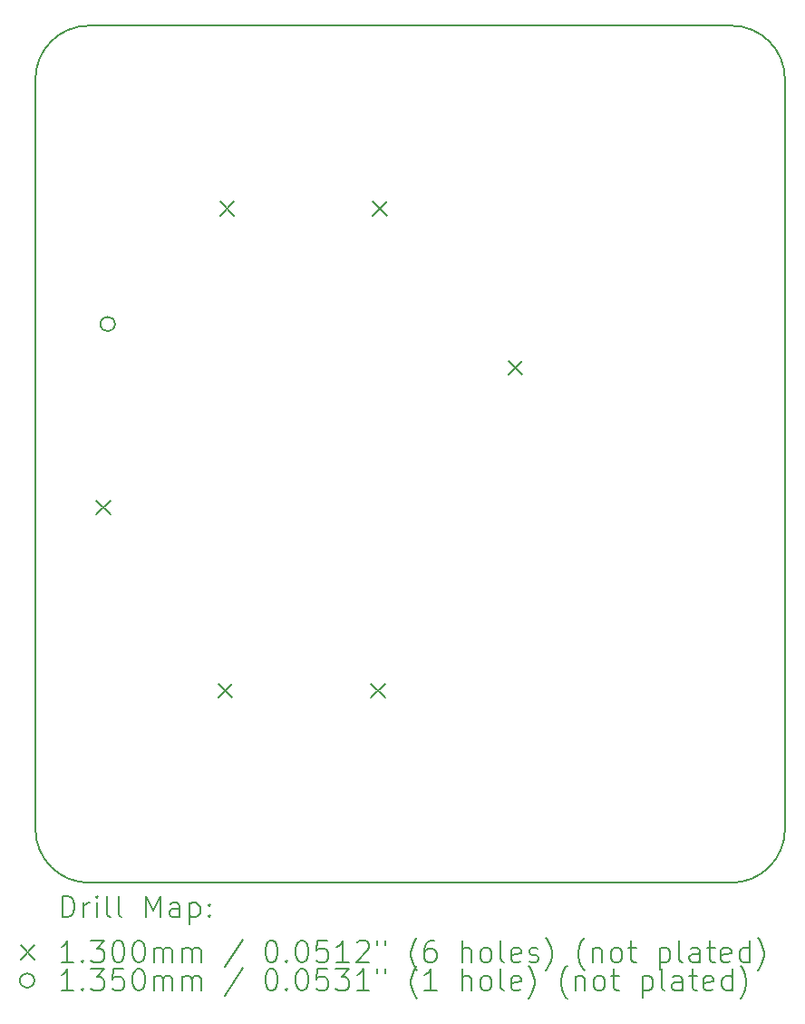
<source format=gbr>
%TF.GenerationSoftware,KiCad,Pcbnew,8.0.7*%
%TF.CreationDate,2025-04-09T11:56:26+02:00*%
%TF.ProjectId,PCB_CDFR,5043425f-4344-4465-922e-6b696361645f,rev?*%
%TF.SameCoordinates,Original*%
%TF.FileFunction,Drillmap*%
%TF.FilePolarity,Positive*%
%FSLAX45Y45*%
G04 Gerber Fmt 4.5, Leading zero omitted, Abs format (unit mm)*
G04 Created by KiCad (PCBNEW 8.0.7) date 2025-04-09 11:56:26*
%MOMM*%
%LPD*%
G01*
G04 APERTURE LIST*
%ADD10C,0.200000*%
%ADD11C,0.130000*%
%ADD12C,0.135000*%
G04 APERTURE END LIST*
D10*
X8175000Y-9925000D02*
X8175000Y-2925000D01*
X15175000Y-2925000D02*
X15175000Y-9925000D01*
X8675000Y-2425000D02*
X14675000Y-2425000D01*
X8175000Y-2925000D02*
G75*
G02*
X8675000Y-2425000I500000J0D01*
G01*
X14675000Y-2425000D02*
G75*
G02*
X15175000Y-2925000I0J-500000D01*
G01*
X8675000Y-10425000D02*
G75*
G02*
X8175000Y-9925000I0J500000D01*
G01*
X14675000Y-10425000D02*
X8675000Y-10425000D01*
X15175000Y-9925000D02*
G75*
G02*
X14675000Y-10425000I-500000J0D01*
G01*
D11*
X8744000Y-6860000D02*
X8874000Y-6990000D01*
X8874000Y-6860000D02*
X8744000Y-6990000D01*
X9885000Y-8569000D02*
X10015000Y-8699000D01*
X10015000Y-8569000D02*
X9885000Y-8699000D01*
X9902000Y-4069000D02*
X10032000Y-4199000D01*
X10032000Y-4069000D02*
X9902000Y-4199000D01*
X11310000Y-8569000D02*
X11440000Y-8699000D01*
X11440000Y-8569000D02*
X11310000Y-8699000D01*
X11327000Y-4069000D02*
X11457000Y-4199000D01*
X11457000Y-4069000D02*
X11327000Y-4199000D01*
X12594000Y-5552000D02*
X12724000Y-5682000D01*
X12724000Y-5552000D02*
X12594000Y-5682000D01*
D12*
X8917500Y-5210000D02*
G75*
G02*
X8782500Y-5210000I-67500J0D01*
G01*
X8782500Y-5210000D02*
G75*
G02*
X8917500Y-5210000I67500J0D01*
G01*
D10*
X8425777Y-10746484D02*
X8425777Y-10546484D01*
X8425777Y-10546484D02*
X8473396Y-10546484D01*
X8473396Y-10546484D02*
X8501967Y-10556008D01*
X8501967Y-10556008D02*
X8521015Y-10575055D01*
X8521015Y-10575055D02*
X8530539Y-10594103D01*
X8530539Y-10594103D02*
X8540063Y-10632198D01*
X8540063Y-10632198D02*
X8540063Y-10660770D01*
X8540063Y-10660770D02*
X8530539Y-10698865D01*
X8530539Y-10698865D02*
X8521015Y-10717912D01*
X8521015Y-10717912D02*
X8501967Y-10736960D01*
X8501967Y-10736960D02*
X8473396Y-10746484D01*
X8473396Y-10746484D02*
X8425777Y-10746484D01*
X8625777Y-10746484D02*
X8625777Y-10613150D01*
X8625777Y-10651246D02*
X8635301Y-10632198D01*
X8635301Y-10632198D02*
X8644824Y-10622674D01*
X8644824Y-10622674D02*
X8663872Y-10613150D01*
X8663872Y-10613150D02*
X8682920Y-10613150D01*
X8749586Y-10746484D02*
X8749586Y-10613150D01*
X8749586Y-10546484D02*
X8740063Y-10556008D01*
X8740063Y-10556008D02*
X8749586Y-10565531D01*
X8749586Y-10565531D02*
X8759110Y-10556008D01*
X8759110Y-10556008D02*
X8749586Y-10546484D01*
X8749586Y-10546484D02*
X8749586Y-10565531D01*
X8873396Y-10746484D02*
X8854348Y-10736960D01*
X8854348Y-10736960D02*
X8844824Y-10717912D01*
X8844824Y-10717912D02*
X8844824Y-10546484D01*
X8978158Y-10746484D02*
X8959110Y-10736960D01*
X8959110Y-10736960D02*
X8949586Y-10717912D01*
X8949586Y-10717912D02*
X8949586Y-10546484D01*
X9206729Y-10746484D02*
X9206729Y-10546484D01*
X9206729Y-10546484D02*
X9273396Y-10689341D01*
X9273396Y-10689341D02*
X9340063Y-10546484D01*
X9340063Y-10546484D02*
X9340063Y-10746484D01*
X9521015Y-10746484D02*
X9521015Y-10641722D01*
X9521015Y-10641722D02*
X9511491Y-10622674D01*
X9511491Y-10622674D02*
X9492444Y-10613150D01*
X9492444Y-10613150D02*
X9454348Y-10613150D01*
X9454348Y-10613150D02*
X9435301Y-10622674D01*
X9521015Y-10736960D02*
X9501967Y-10746484D01*
X9501967Y-10746484D02*
X9454348Y-10746484D01*
X9454348Y-10746484D02*
X9435301Y-10736960D01*
X9435301Y-10736960D02*
X9425777Y-10717912D01*
X9425777Y-10717912D02*
X9425777Y-10698865D01*
X9425777Y-10698865D02*
X9435301Y-10679817D01*
X9435301Y-10679817D02*
X9454348Y-10670293D01*
X9454348Y-10670293D02*
X9501967Y-10670293D01*
X9501967Y-10670293D02*
X9521015Y-10660770D01*
X9616253Y-10613150D02*
X9616253Y-10813150D01*
X9616253Y-10622674D02*
X9635301Y-10613150D01*
X9635301Y-10613150D02*
X9673396Y-10613150D01*
X9673396Y-10613150D02*
X9692444Y-10622674D01*
X9692444Y-10622674D02*
X9701967Y-10632198D01*
X9701967Y-10632198D02*
X9711491Y-10651246D01*
X9711491Y-10651246D02*
X9711491Y-10708389D01*
X9711491Y-10708389D02*
X9701967Y-10727436D01*
X9701967Y-10727436D02*
X9692444Y-10736960D01*
X9692444Y-10736960D02*
X9673396Y-10746484D01*
X9673396Y-10746484D02*
X9635301Y-10746484D01*
X9635301Y-10746484D02*
X9616253Y-10736960D01*
X9797205Y-10727436D02*
X9806729Y-10736960D01*
X9806729Y-10736960D02*
X9797205Y-10746484D01*
X9797205Y-10746484D02*
X9787682Y-10736960D01*
X9787682Y-10736960D02*
X9797205Y-10727436D01*
X9797205Y-10727436D02*
X9797205Y-10746484D01*
X9797205Y-10622674D02*
X9806729Y-10632198D01*
X9806729Y-10632198D02*
X9797205Y-10641722D01*
X9797205Y-10641722D02*
X9787682Y-10632198D01*
X9787682Y-10632198D02*
X9797205Y-10622674D01*
X9797205Y-10622674D02*
X9797205Y-10641722D01*
D11*
X8035000Y-11010000D02*
X8165000Y-11140000D01*
X8165000Y-11010000D02*
X8035000Y-11140000D01*
D10*
X8530539Y-11166484D02*
X8416253Y-11166484D01*
X8473396Y-11166484D02*
X8473396Y-10966484D01*
X8473396Y-10966484D02*
X8454348Y-10995055D01*
X8454348Y-10995055D02*
X8435301Y-11014103D01*
X8435301Y-11014103D02*
X8416253Y-11023627D01*
X8616253Y-11147436D02*
X8625777Y-11156960D01*
X8625777Y-11156960D02*
X8616253Y-11166484D01*
X8616253Y-11166484D02*
X8606729Y-11156960D01*
X8606729Y-11156960D02*
X8616253Y-11147436D01*
X8616253Y-11147436D02*
X8616253Y-11166484D01*
X8692444Y-10966484D02*
X8816253Y-10966484D01*
X8816253Y-10966484D02*
X8749586Y-11042674D01*
X8749586Y-11042674D02*
X8778158Y-11042674D01*
X8778158Y-11042674D02*
X8797205Y-11052198D01*
X8797205Y-11052198D02*
X8806729Y-11061722D01*
X8806729Y-11061722D02*
X8816253Y-11080770D01*
X8816253Y-11080770D02*
X8816253Y-11128389D01*
X8816253Y-11128389D02*
X8806729Y-11147436D01*
X8806729Y-11147436D02*
X8797205Y-11156960D01*
X8797205Y-11156960D02*
X8778158Y-11166484D01*
X8778158Y-11166484D02*
X8721015Y-11166484D01*
X8721015Y-11166484D02*
X8701967Y-11156960D01*
X8701967Y-11156960D02*
X8692444Y-11147436D01*
X8940063Y-10966484D02*
X8959110Y-10966484D01*
X8959110Y-10966484D02*
X8978158Y-10976008D01*
X8978158Y-10976008D02*
X8987682Y-10985531D01*
X8987682Y-10985531D02*
X8997205Y-11004579D01*
X8997205Y-11004579D02*
X9006729Y-11042674D01*
X9006729Y-11042674D02*
X9006729Y-11090293D01*
X9006729Y-11090293D02*
X8997205Y-11128389D01*
X8997205Y-11128389D02*
X8987682Y-11147436D01*
X8987682Y-11147436D02*
X8978158Y-11156960D01*
X8978158Y-11156960D02*
X8959110Y-11166484D01*
X8959110Y-11166484D02*
X8940063Y-11166484D01*
X8940063Y-11166484D02*
X8921015Y-11156960D01*
X8921015Y-11156960D02*
X8911491Y-11147436D01*
X8911491Y-11147436D02*
X8901967Y-11128389D01*
X8901967Y-11128389D02*
X8892444Y-11090293D01*
X8892444Y-11090293D02*
X8892444Y-11042674D01*
X8892444Y-11042674D02*
X8901967Y-11004579D01*
X8901967Y-11004579D02*
X8911491Y-10985531D01*
X8911491Y-10985531D02*
X8921015Y-10976008D01*
X8921015Y-10976008D02*
X8940063Y-10966484D01*
X9130539Y-10966484D02*
X9149586Y-10966484D01*
X9149586Y-10966484D02*
X9168634Y-10976008D01*
X9168634Y-10976008D02*
X9178158Y-10985531D01*
X9178158Y-10985531D02*
X9187682Y-11004579D01*
X9187682Y-11004579D02*
X9197205Y-11042674D01*
X9197205Y-11042674D02*
X9197205Y-11090293D01*
X9197205Y-11090293D02*
X9187682Y-11128389D01*
X9187682Y-11128389D02*
X9178158Y-11147436D01*
X9178158Y-11147436D02*
X9168634Y-11156960D01*
X9168634Y-11156960D02*
X9149586Y-11166484D01*
X9149586Y-11166484D02*
X9130539Y-11166484D01*
X9130539Y-11166484D02*
X9111491Y-11156960D01*
X9111491Y-11156960D02*
X9101967Y-11147436D01*
X9101967Y-11147436D02*
X9092444Y-11128389D01*
X9092444Y-11128389D02*
X9082920Y-11090293D01*
X9082920Y-11090293D02*
X9082920Y-11042674D01*
X9082920Y-11042674D02*
X9092444Y-11004579D01*
X9092444Y-11004579D02*
X9101967Y-10985531D01*
X9101967Y-10985531D02*
X9111491Y-10976008D01*
X9111491Y-10976008D02*
X9130539Y-10966484D01*
X9282920Y-11166484D02*
X9282920Y-11033150D01*
X9282920Y-11052198D02*
X9292444Y-11042674D01*
X9292444Y-11042674D02*
X9311491Y-11033150D01*
X9311491Y-11033150D02*
X9340063Y-11033150D01*
X9340063Y-11033150D02*
X9359110Y-11042674D01*
X9359110Y-11042674D02*
X9368634Y-11061722D01*
X9368634Y-11061722D02*
X9368634Y-11166484D01*
X9368634Y-11061722D02*
X9378158Y-11042674D01*
X9378158Y-11042674D02*
X9397205Y-11033150D01*
X9397205Y-11033150D02*
X9425777Y-11033150D01*
X9425777Y-11033150D02*
X9444825Y-11042674D01*
X9444825Y-11042674D02*
X9454348Y-11061722D01*
X9454348Y-11061722D02*
X9454348Y-11166484D01*
X9549586Y-11166484D02*
X9549586Y-11033150D01*
X9549586Y-11052198D02*
X9559110Y-11042674D01*
X9559110Y-11042674D02*
X9578158Y-11033150D01*
X9578158Y-11033150D02*
X9606729Y-11033150D01*
X9606729Y-11033150D02*
X9625777Y-11042674D01*
X9625777Y-11042674D02*
X9635301Y-11061722D01*
X9635301Y-11061722D02*
X9635301Y-11166484D01*
X9635301Y-11061722D02*
X9644825Y-11042674D01*
X9644825Y-11042674D02*
X9663872Y-11033150D01*
X9663872Y-11033150D02*
X9692444Y-11033150D01*
X9692444Y-11033150D02*
X9711491Y-11042674D01*
X9711491Y-11042674D02*
X9721015Y-11061722D01*
X9721015Y-11061722D02*
X9721015Y-11166484D01*
X10111491Y-10956960D02*
X9940063Y-11214103D01*
X10368634Y-10966484D02*
X10387682Y-10966484D01*
X10387682Y-10966484D02*
X10406729Y-10976008D01*
X10406729Y-10976008D02*
X10416253Y-10985531D01*
X10416253Y-10985531D02*
X10425777Y-11004579D01*
X10425777Y-11004579D02*
X10435301Y-11042674D01*
X10435301Y-11042674D02*
X10435301Y-11090293D01*
X10435301Y-11090293D02*
X10425777Y-11128389D01*
X10425777Y-11128389D02*
X10416253Y-11147436D01*
X10416253Y-11147436D02*
X10406729Y-11156960D01*
X10406729Y-11156960D02*
X10387682Y-11166484D01*
X10387682Y-11166484D02*
X10368634Y-11166484D01*
X10368634Y-11166484D02*
X10349587Y-11156960D01*
X10349587Y-11156960D02*
X10340063Y-11147436D01*
X10340063Y-11147436D02*
X10330539Y-11128389D01*
X10330539Y-11128389D02*
X10321015Y-11090293D01*
X10321015Y-11090293D02*
X10321015Y-11042674D01*
X10321015Y-11042674D02*
X10330539Y-11004579D01*
X10330539Y-11004579D02*
X10340063Y-10985531D01*
X10340063Y-10985531D02*
X10349587Y-10976008D01*
X10349587Y-10976008D02*
X10368634Y-10966484D01*
X10521015Y-11147436D02*
X10530539Y-11156960D01*
X10530539Y-11156960D02*
X10521015Y-11166484D01*
X10521015Y-11166484D02*
X10511491Y-11156960D01*
X10511491Y-11156960D02*
X10521015Y-11147436D01*
X10521015Y-11147436D02*
X10521015Y-11166484D01*
X10654348Y-10966484D02*
X10673396Y-10966484D01*
X10673396Y-10966484D02*
X10692444Y-10976008D01*
X10692444Y-10976008D02*
X10701968Y-10985531D01*
X10701968Y-10985531D02*
X10711491Y-11004579D01*
X10711491Y-11004579D02*
X10721015Y-11042674D01*
X10721015Y-11042674D02*
X10721015Y-11090293D01*
X10721015Y-11090293D02*
X10711491Y-11128389D01*
X10711491Y-11128389D02*
X10701968Y-11147436D01*
X10701968Y-11147436D02*
X10692444Y-11156960D01*
X10692444Y-11156960D02*
X10673396Y-11166484D01*
X10673396Y-11166484D02*
X10654348Y-11166484D01*
X10654348Y-11166484D02*
X10635301Y-11156960D01*
X10635301Y-11156960D02*
X10625777Y-11147436D01*
X10625777Y-11147436D02*
X10616253Y-11128389D01*
X10616253Y-11128389D02*
X10606729Y-11090293D01*
X10606729Y-11090293D02*
X10606729Y-11042674D01*
X10606729Y-11042674D02*
X10616253Y-11004579D01*
X10616253Y-11004579D02*
X10625777Y-10985531D01*
X10625777Y-10985531D02*
X10635301Y-10976008D01*
X10635301Y-10976008D02*
X10654348Y-10966484D01*
X10901968Y-10966484D02*
X10806729Y-10966484D01*
X10806729Y-10966484D02*
X10797206Y-11061722D01*
X10797206Y-11061722D02*
X10806729Y-11052198D01*
X10806729Y-11052198D02*
X10825777Y-11042674D01*
X10825777Y-11042674D02*
X10873396Y-11042674D01*
X10873396Y-11042674D02*
X10892444Y-11052198D01*
X10892444Y-11052198D02*
X10901968Y-11061722D01*
X10901968Y-11061722D02*
X10911491Y-11080770D01*
X10911491Y-11080770D02*
X10911491Y-11128389D01*
X10911491Y-11128389D02*
X10901968Y-11147436D01*
X10901968Y-11147436D02*
X10892444Y-11156960D01*
X10892444Y-11156960D02*
X10873396Y-11166484D01*
X10873396Y-11166484D02*
X10825777Y-11166484D01*
X10825777Y-11166484D02*
X10806729Y-11156960D01*
X10806729Y-11156960D02*
X10797206Y-11147436D01*
X11101968Y-11166484D02*
X10987682Y-11166484D01*
X11044825Y-11166484D02*
X11044825Y-10966484D01*
X11044825Y-10966484D02*
X11025777Y-10995055D01*
X11025777Y-10995055D02*
X11006729Y-11014103D01*
X11006729Y-11014103D02*
X10987682Y-11023627D01*
X11178158Y-10985531D02*
X11187682Y-10976008D01*
X11187682Y-10976008D02*
X11206729Y-10966484D01*
X11206729Y-10966484D02*
X11254348Y-10966484D01*
X11254348Y-10966484D02*
X11273396Y-10976008D01*
X11273396Y-10976008D02*
X11282920Y-10985531D01*
X11282920Y-10985531D02*
X11292444Y-11004579D01*
X11292444Y-11004579D02*
X11292444Y-11023627D01*
X11292444Y-11023627D02*
X11282920Y-11052198D01*
X11282920Y-11052198D02*
X11168634Y-11166484D01*
X11168634Y-11166484D02*
X11292444Y-11166484D01*
X11368634Y-10966484D02*
X11368634Y-11004579D01*
X11444825Y-10966484D02*
X11444825Y-11004579D01*
X11740063Y-11242674D02*
X11730539Y-11233150D01*
X11730539Y-11233150D02*
X11711491Y-11204579D01*
X11711491Y-11204579D02*
X11701968Y-11185531D01*
X11701968Y-11185531D02*
X11692444Y-11156960D01*
X11692444Y-11156960D02*
X11682920Y-11109341D01*
X11682920Y-11109341D02*
X11682920Y-11071246D01*
X11682920Y-11071246D02*
X11692444Y-11023627D01*
X11692444Y-11023627D02*
X11701968Y-10995055D01*
X11701968Y-10995055D02*
X11711491Y-10976008D01*
X11711491Y-10976008D02*
X11730539Y-10947436D01*
X11730539Y-10947436D02*
X11740063Y-10937912D01*
X11901968Y-10966484D02*
X11863872Y-10966484D01*
X11863872Y-10966484D02*
X11844825Y-10976008D01*
X11844825Y-10976008D02*
X11835301Y-10985531D01*
X11835301Y-10985531D02*
X11816253Y-11014103D01*
X11816253Y-11014103D02*
X11806729Y-11052198D01*
X11806729Y-11052198D02*
X11806729Y-11128389D01*
X11806729Y-11128389D02*
X11816253Y-11147436D01*
X11816253Y-11147436D02*
X11825777Y-11156960D01*
X11825777Y-11156960D02*
X11844825Y-11166484D01*
X11844825Y-11166484D02*
X11882920Y-11166484D01*
X11882920Y-11166484D02*
X11901968Y-11156960D01*
X11901968Y-11156960D02*
X11911491Y-11147436D01*
X11911491Y-11147436D02*
X11921015Y-11128389D01*
X11921015Y-11128389D02*
X11921015Y-11080770D01*
X11921015Y-11080770D02*
X11911491Y-11061722D01*
X11911491Y-11061722D02*
X11901968Y-11052198D01*
X11901968Y-11052198D02*
X11882920Y-11042674D01*
X11882920Y-11042674D02*
X11844825Y-11042674D01*
X11844825Y-11042674D02*
X11825777Y-11052198D01*
X11825777Y-11052198D02*
X11816253Y-11061722D01*
X11816253Y-11061722D02*
X11806729Y-11080770D01*
X12159110Y-11166484D02*
X12159110Y-10966484D01*
X12244825Y-11166484D02*
X12244825Y-11061722D01*
X12244825Y-11061722D02*
X12235301Y-11042674D01*
X12235301Y-11042674D02*
X12216253Y-11033150D01*
X12216253Y-11033150D02*
X12187682Y-11033150D01*
X12187682Y-11033150D02*
X12168634Y-11042674D01*
X12168634Y-11042674D02*
X12159110Y-11052198D01*
X12368634Y-11166484D02*
X12349587Y-11156960D01*
X12349587Y-11156960D02*
X12340063Y-11147436D01*
X12340063Y-11147436D02*
X12330539Y-11128389D01*
X12330539Y-11128389D02*
X12330539Y-11071246D01*
X12330539Y-11071246D02*
X12340063Y-11052198D01*
X12340063Y-11052198D02*
X12349587Y-11042674D01*
X12349587Y-11042674D02*
X12368634Y-11033150D01*
X12368634Y-11033150D02*
X12397206Y-11033150D01*
X12397206Y-11033150D02*
X12416253Y-11042674D01*
X12416253Y-11042674D02*
X12425777Y-11052198D01*
X12425777Y-11052198D02*
X12435301Y-11071246D01*
X12435301Y-11071246D02*
X12435301Y-11128389D01*
X12435301Y-11128389D02*
X12425777Y-11147436D01*
X12425777Y-11147436D02*
X12416253Y-11156960D01*
X12416253Y-11156960D02*
X12397206Y-11166484D01*
X12397206Y-11166484D02*
X12368634Y-11166484D01*
X12549587Y-11166484D02*
X12530539Y-11156960D01*
X12530539Y-11156960D02*
X12521015Y-11137912D01*
X12521015Y-11137912D02*
X12521015Y-10966484D01*
X12701968Y-11156960D02*
X12682920Y-11166484D01*
X12682920Y-11166484D02*
X12644825Y-11166484D01*
X12644825Y-11166484D02*
X12625777Y-11156960D01*
X12625777Y-11156960D02*
X12616253Y-11137912D01*
X12616253Y-11137912D02*
X12616253Y-11061722D01*
X12616253Y-11061722D02*
X12625777Y-11042674D01*
X12625777Y-11042674D02*
X12644825Y-11033150D01*
X12644825Y-11033150D02*
X12682920Y-11033150D01*
X12682920Y-11033150D02*
X12701968Y-11042674D01*
X12701968Y-11042674D02*
X12711491Y-11061722D01*
X12711491Y-11061722D02*
X12711491Y-11080770D01*
X12711491Y-11080770D02*
X12616253Y-11099817D01*
X12787682Y-11156960D02*
X12806730Y-11166484D01*
X12806730Y-11166484D02*
X12844825Y-11166484D01*
X12844825Y-11166484D02*
X12863872Y-11156960D01*
X12863872Y-11156960D02*
X12873396Y-11137912D01*
X12873396Y-11137912D02*
X12873396Y-11128389D01*
X12873396Y-11128389D02*
X12863872Y-11109341D01*
X12863872Y-11109341D02*
X12844825Y-11099817D01*
X12844825Y-11099817D02*
X12816253Y-11099817D01*
X12816253Y-11099817D02*
X12797206Y-11090293D01*
X12797206Y-11090293D02*
X12787682Y-11071246D01*
X12787682Y-11071246D02*
X12787682Y-11061722D01*
X12787682Y-11061722D02*
X12797206Y-11042674D01*
X12797206Y-11042674D02*
X12816253Y-11033150D01*
X12816253Y-11033150D02*
X12844825Y-11033150D01*
X12844825Y-11033150D02*
X12863872Y-11042674D01*
X12940063Y-11242674D02*
X12949587Y-11233150D01*
X12949587Y-11233150D02*
X12968634Y-11204579D01*
X12968634Y-11204579D02*
X12978158Y-11185531D01*
X12978158Y-11185531D02*
X12987682Y-11156960D01*
X12987682Y-11156960D02*
X12997206Y-11109341D01*
X12997206Y-11109341D02*
X12997206Y-11071246D01*
X12997206Y-11071246D02*
X12987682Y-11023627D01*
X12987682Y-11023627D02*
X12978158Y-10995055D01*
X12978158Y-10995055D02*
X12968634Y-10976008D01*
X12968634Y-10976008D02*
X12949587Y-10947436D01*
X12949587Y-10947436D02*
X12940063Y-10937912D01*
X13301968Y-11242674D02*
X13292444Y-11233150D01*
X13292444Y-11233150D02*
X13273396Y-11204579D01*
X13273396Y-11204579D02*
X13263872Y-11185531D01*
X13263872Y-11185531D02*
X13254349Y-11156960D01*
X13254349Y-11156960D02*
X13244825Y-11109341D01*
X13244825Y-11109341D02*
X13244825Y-11071246D01*
X13244825Y-11071246D02*
X13254349Y-11023627D01*
X13254349Y-11023627D02*
X13263872Y-10995055D01*
X13263872Y-10995055D02*
X13273396Y-10976008D01*
X13273396Y-10976008D02*
X13292444Y-10947436D01*
X13292444Y-10947436D02*
X13301968Y-10937912D01*
X13378158Y-11033150D02*
X13378158Y-11166484D01*
X13378158Y-11052198D02*
X13387682Y-11042674D01*
X13387682Y-11042674D02*
X13406730Y-11033150D01*
X13406730Y-11033150D02*
X13435301Y-11033150D01*
X13435301Y-11033150D02*
X13454349Y-11042674D01*
X13454349Y-11042674D02*
X13463872Y-11061722D01*
X13463872Y-11061722D02*
X13463872Y-11166484D01*
X13587682Y-11166484D02*
X13568634Y-11156960D01*
X13568634Y-11156960D02*
X13559111Y-11147436D01*
X13559111Y-11147436D02*
X13549587Y-11128389D01*
X13549587Y-11128389D02*
X13549587Y-11071246D01*
X13549587Y-11071246D02*
X13559111Y-11052198D01*
X13559111Y-11052198D02*
X13568634Y-11042674D01*
X13568634Y-11042674D02*
X13587682Y-11033150D01*
X13587682Y-11033150D02*
X13616253Y-11033150D01*
X13616253Y-11033150D02*
X13635301Y-11042674D01*
X13635301Y-11042674D02*
X13644825Y-11052198D01*
X13644825Y-11052198D02*
X13654349Y-11071246D01*
X13654349Y-11071246D02*
X13654349Y-11128389D01*
X13654349Y-11128389D02*
X13644825Y-11147436D01*
X13644825Y-11147436D02*
X13635301Y-11156960D01*
X13635301Y-11156960D02*
X13616253Y-11166484D01*
X13616253Y-11166484D02*
X13587682Y-11166484D01*
X13711492Y-11033150D02*
X13787682Y-11033150D01*
X13740063Y-10966484D02*
X13740063Y-11137912D01*
X13740063Y-11137912D02*
X13749587Y-11156960D01*
X13749587Y-11156960D02*
X13768634Y-11166484D01*
X13768634Y-11166484D02*
X13787682Y-11166484D01*
X14006730Y-11033150D02*
X14006730Y-11233150D01*
X14006730Y-11042674D02*
X14025777Y-11033150D01*
X14025777Y-11033150D02*
X14063873Y-11033150D01*
X14063873Y-11033150D02*
X14082920Y-11042674D01*
X14082920Y-11042674D02*
X14092444Y-11052198D01*
X14092444Y-11052198D02*
X14101968Y-11071246D01*
X14101968Y-11071246D02*
X14101968Y-11128389D01*
X14101968Y-11128389D02*
X14092444Y-11147436D01*
X14092444Y-11147436D02*
X14082920Y-11156960D01*
X14082920Y-11156960D02*
X14063873Y-11166484D01*
X14063873Y-11166484D02*
X14025777Y-11166484D01*
X14025777Y-11166484D02*
X14006730Y-11156960D01*
X14216253Y-11166484D02*
X14197206Y-11156960D01*
X14197206Y-11156960D02*
X14187682Y-11137912D01*
X14187682Y-11137912D02*
X14187682Y-10966484D01*
X14378158Y-11166484D02*
X14378158Y-11061722D01*
X14378158Y-11061722D02*
X14368634Y-11042674D01*
X14368634Y-11042674D02*
X14349587Y-11033150D01*
X14349587Y-11033150D02*
X14311492Y-11033150D01*
X14311492Y-11033150D02*
X14292444Y-11042674D01*
X14378158Y-11156960D02*
X14359111Y-11166484D01*
X14359111Y-11166484D02*
X14311492Y-11166484D01*
X14311492Y-11166484D02*
X14292444Y-11156960D01*
X14292444Y-11156960D02*
X14282920Y-11137912D01*
X14282920Y-11137912D02*
X14282920Y-11118865D01*
X14282920Y-11118865D02*
X14292444Y-11099817D01*
X14292444Y-11099817D02*
X14311492Y-11090293D01*
X14311492Y-11090293D02*
X14359111Y-11090293D01*
X14359111Y-11090293D02*
X14378158Y-11080770D01*
X14444825Y-11033150D02*
X14521015Y-11033150D01*
X14473396Y-10966484D02*
X14473396Y-11137912D01*
X14473396Y-11137912D02*
X14482920Y-11156960D01*
X14482920Y-11156960D02*
X14501968Y-11166484D01*
X14501968Y-11166484D02*
X14521015Y-11166484D01*
X14663873Y-11156960D02*
X14644825Y-11166484D01*
X14644825Y-11166484D02*
X14606730Y-11166484D01*
X14606730Y-11166484D02*
X14587682Y-11156960D01*
X14587682Y-11156960D02*
X14578158Y-11137912D01*
X14578158Y-11137912D02*
X14578158Y-11061722D01*
X14578158Y-11061722D02*
X14587682Y-11042674D01*
X14587682Y-11042674D02*
X14606730Y-11033150D01*
X14606730Y-11033150D02*
X14644825Y-11033150D01*
X14644825Y-11033150D02*
X14663873Y-11042674D01*
X14663873Y-11042674D02*
X14673396Y-11061722D01*
X14673396Y-11061722D02*
X14673396Y-11080770D01*
X14673396Y-11080770D02*
X14578158Y-11099817D01*
X14844825Y-11166484D02*
X14844825Y-10966484D01*
X14844825Y-11156960D02*
X14825777Y-11166484D01*
X14825777Y-11166484D02*
X14787682Y-11166484D01*
X14787682Y-11166484D02*
X14768634Y-11156960D01*
X14768634Y-11156960D02*
X14759111Y-11147436D01*
X14759111Y-11147436D02*
X14749587Y-11128389D01*
X14749587Y-11128389D02*
X14749587Y-11071246D01*
X14749587Y-11071246D02*
X14759111Y-11052198D01*
X14759111Y-11052198D02*
X14768634Y-11042674D01*
X14768634Y-11042674D02*
X14787682Y-11033150D01*
X14787682Y-11033150D02*
X14825777Y-11033150D01*
X14825777Y-11033150D02*
X14844825Y-11042674D01*
X14921015Y-11242674D02*
X14930539Y-11233150D01*
X14930539Y-11233150D02*
X14949587Y-11204579D01*
X14949587Y-11204579D02*
X14959111Y-11185531D01*
X14959111Y-11185531D02*
X14968634Y-11156960D01*
X14968634Y-11156960D02*
X14978158Y-11109341D01*
X14978158Y-11109341D02*
X14978158Y-11071246D01*
X14978158Y-11071246D02*
X14968634Y-11023627D01*
X14968634Y-11023627D02*
X14959111Y-10995055D01*
X14959111Y-10995055D02*
X14949587Y-10976008D01*
X14949587Y-10976008D02*
X14930539Y-10947436D01*
X14930539Y-10947436D02*
X14921015Y-10937912D01*
D12*
X8165000Y-11339000D02*
G75*
G02*
X8030000Y-11339000I-67500J0D01*
G01*
X8030000Y-11339000D02*
G75*
G02*
X8165000Y-11339000I67500J0D01*
G01*
D10*
X8530539Y-11430484D02*
X8416253Y-11430484D01*
X8473396Y-11430484D02*
X8473396Y-11230484D01*
X8473396Y-11230484D02*
X8454348Y-11259055D01*
X8454348Y-11259055D02*
X8435301Y-11278103D01*
X8435301Y-11278103D02*
X8416253Y-11287627D01*
X8616253Y-11411436D02*
X8625777Y-11420960D01*
X8625777Y-11420960D02*
X8616253Y-11430484D01*
X8616253Y-11430484D02*
X8606729Y-11420960D01*
X8606729Y-11420960D02*
X8616253Y-11411436D01*
X8616253Y-11411436D02*
X8616253Y-11430484D01*
X8692444Y-11230484D02*
X8816253Y-11230484D01*
X8816253Y-11230484D02*
X8749586Y-11306674D01*
X8749586Y-11306674D02*
X8778158Y-11306674D01*
X8778158Y-11306674D02*
X8797205Y-11316198D01*
X8797205Y-11316198D02*
X8806729Y-11325722D01*
X8806729Y-11325722D02*
X8816253Y-11344769D01*
X8816253Y-11344769D02*
X8816253Y-11392388D01*
X8816253Y-11392388D02*
X8806729Y-11411436D01*
X8806729Y-11411436D02*
X8797205Y-11420960D01*
X8797205Y-11420960D02*
X8778158Y-11430484D01*
X8778158Y-11430484D02*
X8721015Y-11430484D01*
X8721015Y-11430484D02*
X8701967Y-11420960D01*
X8701967Y-11420960D02*
X8692444Y-11411436D01*
X8997205Y-11230484D02*
X8901967Y-11230484D01*
X8901967Y-11230484D02*
X8892444Y-11325722D01*
X8892444Y-11325722D02*
X8901967Y-11316198D01*
X8901967Y-11316198D02*
X8921015Y-11306674D01*
X8921015Y-11306674D02*
X8968634Y-11306674D01*
X8968634Y-11306674D02*
X8987682Y-11316198D01*
X8987682Y-11316198D02*
X8997205Y-11325722D01*
X8997205Y-11325722D02*
X9006729Y-11344769D01*
X9006729Y-11344769D02*
X9006729Y-11392388D01*
X9006729Y-11392388D02*
X8997205Y-11411436D01*
X8997205Y-11411436D02*
X8987682Y-11420960D01*
X8987682Y-11420960D02*
X8968634Y-11430484D01*
X8968634Y-11430484D02*
X8921015Y-11430484D01*
X8921015Y-11430484D02*
X8901967Y-11420960D01*
X8901967Y-11420960D02*
X8892444Y-11411436D01*
X9130539Y-11230484D02*
X9149586Y-11230484D01*
X9149586Y-11230484D02*
X9168634Y-11240008D01*
X9168634Y-11240008D02*
X9178158Y-11249531D01*
X9178158Y-11249531D02*
X9187682Y-11268579D01*
X9187682Y-11268579D02*
X9197205Y-11306674D01*
X9197205Y-11306674D02*
X9197205Y-11354293D01*
X9197205Y-11354293D02*
X9187682Y-11392388D01*
X9187682Y-11392388D02*
X9178158Y-11411436D01*
X9178158Y-11411436D02*
X9168634Y-11420960D01*
X9168634Y-11420960D02*
X9149586Y-11430484D01*
X9149586Y-11430484D02*
X9130539Y-11430484D01*
X9130539Y-11430484D02*
X9111491Y-11420960D01*
X9111491Y-11420960D02*
X9101967Y-11411436D01*
X9101967Y-11411436D02*
X9092444Y-11392388D01*
X9092444Y-11392388D02*
X9082920Y-11354293D01*
X9082920Y-11354293D02*
X9082920Y-11306674D01*
X9082920Y-11306674D02*
X9092444Y-11268579D01*
X9092444Y-11268579D02*
X9101967Y-11249531D01*
X9101967Y-11249531D02*
X9111491Y-11240008D01*
X9111491Y-11240008D02*
X9130539Y-11230484D01*
X9282920Y-11430484D02*
X9282920Y-11297150D01*
X9282920Y-11316198D02*
X9292444Y-11306674D01*
X9292444Y-11306674D02*
X9311491Y-11297150D01*
X9311491Y-11297150D02*
X9340063Y-11297150D01*
X9340063Y-11297150D02*
X9359110Y-11306674D01*
X9359110Y-11306674D02*
X9368634Y-11325722D01*
X9368634Y-11325722D02*
X9368634Y-11430484D01*
X9368634Y-11325722D02*
X9378158Y-11306674D01*
X9378158Y-11306674D02*
X9397205Y-11297150D01*
X9397205Y-11297150D02*
X9425777Y-11297150D01*
X9425777Y-11297150D02*
X9444825Y-11306674D01*
X9444825Y-11306674D02*
X9454348Y-11325722D01*
X9454348Y-11325722D02*
X9454348Y-11430484D01*
X9549586Y-11430484D02*
X9549586Y-11297150D01*
X9549586Y-11316198D02*
X9559110Y-11306674D01*
X9559110Y-11306674D02*
X9578158Y-11297150D01*
X9578158Y-11297150D02*
X9606729Y-11297150D01*
X9606729Y-11297150D02*
X9625777Y-11306674D01*
X9625777Y-11306674D02*
X9635301Y-11325722D01*
X9635301Y-11325722D02*
X9635301Y-11430484D01*
X9635301Y-11325722D02*
X9644825Y-11306674D01*
X9644825Y-11306674D02*
X9663872Y-11297150D01*
X9663872Y-11297150D02*
X9692444Y-11297150D01*
X9692444Y-11297150D02*
X9711491Y-11306674D01*
X9711491Y-11306674D02*
X9721015Y-11325722D01*
X9721015Y-11325722D02*
X9721015Y-11430484D01*
X10111491Y-11220960D02*
X9940063Y-11478103D01*
X10368634Y-11230484D02*
X10387682Y-11230484D01*
X10387682Y-11230484D02*
X10406729Y-11240008D01*
X10406729Y-11240008D02*
X10416253Y-11249531D01*
X10416253Y-11249531D02*
X10425777Y-11268579D01*
X10425777Y-11268579D02*
X10435301Y-11306674D01*
X10435301Y-11306674D02*
X10435301Y-11354293D01*
X10435301Y-11354293D02*
X10425777Y-11392388D01*
X10425777Y-11392388D02*
X10416253Y-11411436D01*
X10416253Y-11411436D02*
X10406729Y-11420960D01*
X10406729Y-11420960D02*
X10387682Y-11430484D01*
X10387682Y-11430484D02*
X10368634Y-11430484D01*
X10368634Y-11430484D02*
X10349587Y-11420960D01*
X10349587Y-11420960D02*
X10340063Y-11411436D01*
X10340063Y-11411436D02*
X10330539Y-11392388D01*
X10330539Y-11392388D02*
X10321015Y-11354293D01*
X10321015Y-11354293D02*
X10321015Y-11306674D01*
X10321015Y-11306674D02*
X10330539Y-11268579D01*
X10330539Y-11268579D02*
X10340063Y-11249531D01*
X10340063Y-11249531D02*
X10349587Y-11240008D01*
X10349587Y-11240008D02*
X10368634Y-11230484D01*
X10521015Y-11411436D02*
X10530539Y-11420960D01*
X10530539Y-11420960D02*
X10521015Y-11430484D01*
X10521015Y-11430484D02*
X10511491Y-11420960D01*
X10511491Y-11420960D02*
X10521015Y-11411436D01*
X10521015Y-11411436D02*
X10521015Y-11430484D01*
X10654348Y-11230484D02*
X10673396Y-11230484D01*
X10673396Y-11230484D02*
X10692444Y-11240008D01*
X10692444Y-11240008D02*
X10701968Y-11249531D01*
X10701968Y-11249531D02*
X10711491Y-11268579D01*
X10711491Y-11268579D02*
X10721015Y-11306674D01*
X10721015Y-11306674D02*
X10721015Y-11354293D01*
X10721015Y-11354293D02*
X10711491Y-11392388D01*
X10711491Y-11392388D02*
X10701968Y-11411436D01*
X10701968Y-11411436D02*
X10692444Y-11420960D01*
X10692444Y-11420960D02*
X10673396Y-11430484D01*
X10673396Y-11430484D02*
X10654348Y-11430484D01*
X10654348Y-11430484D02*
X10635301Y-11420960D01*
X10635301Y-11420960D02*
X10625777Y-11411436D01*
X10625777Y-11411436D02*
X10616253Y-11392388D01*
X10616253Y-11392388D02*
X10606729Y-11354293D01*
X10606729Y-11354293D02*
X10606729Y-11306674D01*
X10606729Y-11306674D02*
X10616253Y-11268579D01*
X10616253Y-11268579D02*
X10625777Y-11249531D01*
X10625777Y-11249531D02*
X10635301Y-11240008D01*
X10635301Y-11240008D02*
X10654348Y-11230484D01*
X10901968Y-11230484D02*
X10806729Y-11230484D01*
X10806729Y-11230484D02*
X10797206Y-11325722D01*
X10797206Y-11325722D02*
X10806729Y-11316198D01*
X10806729Y-11316198D02*
X10825777Y-11306674D01*
X10825777Y-11306674D02*
X10873396Y-11306674D01*
X10873396Y-11306674D02*
X10892444Y-11316198D01*
X10892444Y-11316198D02*
X10901968Y-11325722D01*
X10901968Y-11325722D02*
X10911491Y-11344769D01*
X10911491Y-11344769D02*
X10911491Y-11392388D01*
X10911491Y-11392388D02*
X10901968Y-11411436D01*
X10901968Y-11411436D02*
X10892444Y-11420960D01*
X10892444Y-11420960D02*
X10873396Y-11430484D01*
X10873396Y-11430484D02*
X10825777Y-11430484D01*
X10825777Y-11430484D02*
X10806729Y-11420960D01*
X10806729Y-11420960D02*
X10797206Y-11411436D01*
X10978158Y-11230484D02*
X11101968Y-11230484D01*
X11101968Y-11230484D02*
X11035301Y-11306674D01*
X11035301Y-11306674D02*
X11063872Y-11306674D01*
X11063872Y-11306674D02*
X11082920Y-11316198D01*
X11082920Y-11316198D02*
X11092444Y-11325722D01*
X11092444Y-11325722D02*
X11101968Y-11344769D01*
X11101968Y-11344769D02*
X11101968Y-11392388D01*
X11101968Y-11392388D02*
X11092444Y-11411436D01*
X11092444Y-11411436D02*
X11082920Y-11420960D01*
X11082920Y-11420960D02*
X11063872Y-11430484D01*
X11063872Y-11430484D02*
X11006729Y-11430484D01*
X11006729Y-11430484D02*
X10987682Y-11420960D01*
X10987682Y-11420960D02*
X10978158Y-11411436D01*
X11292444Y-11430484D02*
X11178158Y-11430484D01*
X11235301Y-11430484D02*
X11235301Y-11230484D01*
X11235301Y-11230484D02*
X11216253Y-11259055D01*
X11216253Y-11259055D02*
X11197206Y-11278103D01*
X11197206Y-11278103D02*
X11178158Y-11287627D01*
X11368634Y-11230484D02*
X11368634Y-11268579D01*
X11444825Y-11230484D02*
X11444825Y-11268579D01*
X11740063Y-11506674D02*
X11730539Y-11497150D01*
X11730539Y-11497150D02*
X11711491Y-11468579D01*
X11711491Y-11468579D02*
X11701968Y-11449531D01*
X11701968Y-11449531D02*
X11692444Y-11420960D01*
X11692444Y-11420960D02*
X11682920Y-11373341D01*
X11682920Y-11373341D02*
X11682920Y-11335246D01*
X11682920Y-11335246D02*
X11692444Y-11287627D01*
X11692444Y-11287627D02*
X11701968Y-11259055D01*
X11701968Y-11259055D02*
X11711491Y-11240008D01*
X11711491Y-11240008D02*
X11730539Y-11211436D01*
X11730539Y-11211436D02*
X11740063Y-11201912D01*
X11921015Y-11430484D02*
X11806729Y-11430484D01*
X11863872Y-11430484D02*
X11863872Y-11230484D01*
X11863872Y-11230484D02*
X11844825Y-11259055D01*
X11844825Y-11259055D02*
X11825777Y-11278103D01*
X11825777Y-11278103D02*
X11806729Y-11287627D01*
X12159110Y-11430484D02*
X12159110Y-11230484D01*
X12244825Y-11430484D02*
X12244825Y-11325722D01*
X12244825Y-11325722D02*
X12235301Y-11306674D01*
X12235301Y-11306674D02*
X12216253Y-11297150D01*
X12216253Y-11297150D02*
X12187682Y-11297150D01*
X12187682Y-11297150D02*
X12168634Y-11306674D01*
X12168634Y-11306674D02*
X12159110Y-11316198D01*
X12368634Y-11430484D02*
X12349587Y-11420960D01*
X12349587Y-11420960D02*
X12340063Y-11411436D01*
X12340063Y-11411436D02*
X12330539Y-11392388D01*
X12330539Y-11392388D02*
X12330539Y-11335246D01*
X12330539Y-11335246D02*
X12340063Y-11316198D01*
X12340063Y-11316198D02*
X12349587Y-11306674D01*
X12349587Y-11306674D02*
X12368634Y-11297150D01*
X12368634Y-11297150D02*
X12397206Y-11297150D01*
X12397206Y-11297150D02*
X12416253Y-11306674D01*
X12416253Y-11306674D02*
X12425777Y-11316198D01*
X12425777Y-11316198D02*
X12435301Y-11335246D01*
X12435301Y-11335246D02*
X12435301Y-11392388D01*
X12435301Y-11392388D02*
X12425777Y-11411436D01*
X12425777Y-11411436D02*
X12416253Y-11420960D01*
X12416253Y-11420960D02*
X12397206Y-11430484D01*
X12397206Y-11430484D02*
X12368634Y-11430484D01*
X12549587Y-11430484D02*
X12530539Y-11420960D01*
X12530539Y-11420960D02*
X12521015Y-11401912D01*
X12521015Y-11401912D02*
X12521015Y-11230484D01*
X12701968Y-11420960D02*
X12682920Y-11430484D01*
X12682920Y-11430484D02*
X12644825Y-11430484D01*
X12644825Y-11430484D02*
X12625777Y-11420960D01*
X12625777Y-11420960D02*
X12616253Y-11401912D01*
X12616253Y-11401912D02*
X12616253Y-11325722D01*
X12616253Y-11325722D02*
X12625777Y-11306674D01*
X12625777Y-11306674D02*
X12644825Y-11297150D01*
X12644825Y-11297150D02*
X12682920Y-11297150D01*
X12682920Y-11297150D02*
X12701968Y-11306674D01*
X12701968Y-11306674D02*
X12711491Y-11325722D01*
X12711491Y-11325722D02*
X12711491Y-11344769D01*
X12711491Y-11344769D02*
X12616253Y-11363817D01*
X12778158Y-11506674D02*
X12787682Y-11497150D01*
X12787682Y-11497150D02*
X12806730Y-11468579D01*
X12806730Y-11468579D02*
X12816253Y-11449531D01*
X12816253Y-11449531D02*
X12825777Y-11420960D01*
X12825777Y-11420960D02*
X12835301Y-11373341D01*
X12835301Y-11373341D02*
X12835301Y-11335246D01*
X12835301Y-11335246D02*
X12825777Y-11287627D01*
X12825777Y-11287627D02*
X12816253Y-11259055D01*
X12816253Y-11259055D02*
X12806730Y-11240008D01*
X12806730Y-11240008D02*
X12787682Y-11211436D01*
X12787682Y-11211436D02*
X12778158Y-11201912D01*
X13140063Y-11506674D02*
X13130539Y-11497150D01*
X13130539Y-11497150D02*
X13111491Y-11468579D01*
X13111491Y-11468579D02*
X13101968Y-11449531D01*
X13101968Y-11449531D02*
X13092444Y-11420960D01*
X13092444Y-11420960D02*
X13082920Y-11373341D01*
X13082920Y-11373341D02*
X13082920Y-11335246D01*
X13082920Y-11335246D02*
X13092444Y-11287627D01*
X13092444Y-11287627D02*
X13101968Y-11259055D01*
X13101968Y-11259055D02*
X13111491Y-11240008D01*
X13111491Y-11240008D02*
X13130539Y-11211436D01*
X13130539Y-11211436D02*
X13140063Y-11201912D01*
X13216253Y-11297150D02*
X13216253Y-11430484D01*
X13216253Y-11316198D02*
X13225777Y-11306674D01*
X13225777Y-11306674D02*
X13244825Y-11297150D01*
X13244825Y-11297150D02*
X13273396Y-11297150D01*
X13273396Y-11297150D02*
X13292444Y-11306674D01*
X13292444Y-11306674D02*
X13301968Y-11325722D01*
X13301968Y-11325722D02*
X13301968Y-11430484D01*
X13425777Y-11430484D02*
X13406730Y-11420960D01*
X13406730Y-11420960D02*
X13397206Y-11411436D01*
X13397206Y-11411436D02*
X13387682Y-11392388D01*
X13387682Y-11392388D02*
X13387682Y-11335246D01*
X13387682Y-11335246D02*
X13397206Y-11316198D01*
X13397206Y-11316198D02*
X13406730Y-11306674D01*
X13406730Y-11306674D02*
X13425777Y-11297150D01*
X13425777Y-11297150D02*
X13454349Y-11297150D01*
X13454349Y-11297150D02*
X13473396Y-11306674D01*
X13473396Y-11306674D02*
X13482920Y-11316198D01*
X13482920Y-11316198D02*
X13492444Y-11335246D01*
X13492444Y-11335246D02*
X13492444Y-11392388D01*
X13492444Y-11392388D02*
X13482920Y-11411436D01*
X13482920Y-11411436D02*
X13473396Y-11420960D01*
X13473396Y-11420960D02*
X13454349Y-11430484D01*
X13454349Y-11430484D02*
X13425777Y-11430484D01*
X13549587Y-11297150D02*
X13625777Y-11297150D01*
X13578158Y-11230484D02*
X13578158Y-11401912D01*
X13578158Y-11401912D02*
X13587682Y-11420960D01*
X13587682Y-11420960D02*
X13606730Y-11430484D01*
X13606730Y-11430484D02*
X13625777Y-11430484D01*
X13844825Y-11297150D02*
X13844825Y-11497150D01*
X13844825Y-11306674D02*
X13863872Y-11297150D01*
X13863872Y-11297150D02*
X13901968Y-11297150D01*
X13901968Y-11297150D02*
X13921015Y-11306674D01*
X13921015Y-11306674D02*
X13930539Y-11316198D01*
X13930539Y-11316198D02*
X13940063Y-11335246D01*
X13940063Y-11335246D02*
X13940063Y-11392388D01*
X13940063Y-11392388D02*
X13930539Y-11411436D01*
X13930539Y-11411436D02*
X13921015Y-11420960D01*
X13921015Y-11420960D02*
X13901968Y-11430484D01*
X13901968Y-11430484D02*
X13863872Y-11430484D01*
X13863872Y-11430484D02*
X13844825Y-11420960D01*
X14054349Y-11430484D02*
X14035301Y-11420960D01*
X14035301Y-11420960D02*
X14025777Y-11401912D01*
X14025777Y-11401912D02*
X14025777Y-11230484D01*
X14216253Y-11430484D02*
X14216253Y-11325722D01*
X14216253Y-11325722D02*
X14206730Y-11306674D01*
X14206730Y-11306674D02*
X14187682Y-11297150D01*
X14187682Y-11297150D02*
X14149587Y-11297150D01*
X14149587Y-11297150D02*
X14130539Y-11306674D01*
X14216253Y-11420960D02*
X14197206Y-11430484D01*
X14197206Y-11430484D02*
X14149587Y-11430484D01*
X14149587Y-11430484D02*
X14130539Y-11420960D01*
X14130539Y-11420960D02*
X14121015Y-11401912D01*
X14121015Y-11401912D02*
X14121015Y-11382865D01*
X14121015Y-11382865D02*
X14130539Y-11363817D01*
X14130539Y-11363817D02*
X14149587Y-11354293D01*
X14149587Y-11354293D02*
X14197206Y-11354293D01*
X14197206Y-11354293D02*
X14216253Y-11344769D01*
X14282920Y-11297150D02*
X14359111Y-11297150D01*
X14311492Y-11230484D02*
X14311492Y-11401912D01*
X14311492Y-11401912D02*
X14321015Y-11420960D01*
X14321015Y-11420960D02*
X14340063Y-11430484D01*
X14340063Y-11430484D02*
X14359111Y-11430484D01*
X14501968Y-11420960D02*
X14482920Y-11430484D01*
X14482920Y-11430484D02*
X14444825Y-11430484D01*
X14444825Y-11430484D02*
X14425777Y-11420960D01*
X14425777Y-11420960D02*
X14416253Y-11401912D01*
X14416253Y-11401912D02*
X14416253Y-11325722D01*
X14416253Y-11325722D02*
X14425777Y-11306674D01*
X14425777Y-11306674D02*
X14444825Y-11297150D01*
X14444825Y-11297150D02*
X14482920Y-11297150D01*
X14482920Y-11297150D02*
X14501968Y-11306674D01*
X14501968Y-11306674D02*
X14511492Y-11325722D01*
X14511492Y-11325722D02*
X14511492Y-11344769D01*
X14511492Y-11344769D02*
X14416253Y-11363817D01*
X14682920Y-11430484D02*
X14682920Y-11230484D01*
X14682920Y-11420960D02*
X14663873Y-11430484D01*
X14663873Y-11430484D02*
X14625777Y-11430484D01*
X14625777Y-11430484D02*
X14606730Y-11420960D01*
X14606730Y-11420960D02*
X14597206Y-11411436D01*
X14597206Y-11411436D02*
X14587682Y-11392388D01*
X14587682Y-11392388D02*
X14587682Y-11335246D01*
X14587682Y-11335246D02*
X14597206Y-11316198D01*
X14597206Y-11316198D02*
X14606730Y-11306674D01*
X14606730Y-11306674D02*
X14625777Y-11297150D01*
X14625777Y-11297150D02*
X14663873Y-11297150D01*
X14663873Y-11297150D02*
X14682920Y-11306674D01*
X14759111Y-11506674D02*
X14768634Y-11497150D01*
X14768634Y-11497150D02*
X14787682Y-11468579D01*
X14787682Y-11468579D02*
X14797206Y-11449531D01*
X14797206Y-11449531D02*
X14806730Y-11420960D01*
X14806730Y-11420960D02*
X14816253Y-11373341D01*
X14816253Y-11373341D02*
X14816253Y-11335246D01*
X14816253Y-11335246D02*
X14806730Y-11287627D01*
X14806730Y-11287627D02*
X14797206Y-11259055D01*
X14797206Y-11259055D02*
X14787682Y-11240008D01*
X14787682Y-11240008D02*
X14768634Y-11211436D01*
X14768634Y-11211436D02*
X14759111Y-11201912D01*
M02*

</source>
